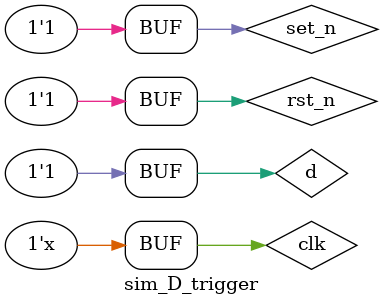
<source format=v>
`timescale 1ns / 1ps


module sim_D_trigger();
    reg clk;
    reg d;
    reg rst_n,set_n;
    always #10 clk=~clk;
    D_trigger D1(clk,rst_n,set_n,d,q);
    initial begin
        #15 clk=1;rst_n=1;set_n=1;d=1;
        #20 rst_n=0;set_n=1;d=1;
        #20 rst_n=1;set_n=0;d=1;
        #20 rst_n=1;set_n=1;d=0;
        #20 rst_n=1;set_n=1;d=1;
    end
    
endmodule

</source>
